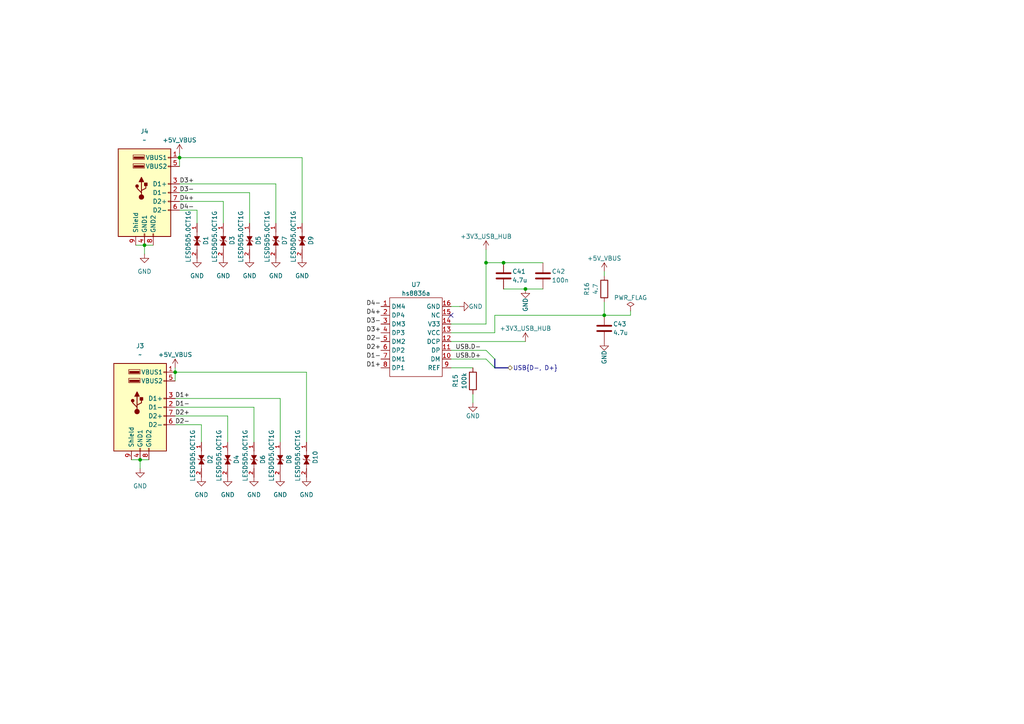
<source format=kicad_sch>
(kicad_sch (version 20221206) (generator eeschema)
  (paper "A4")
  (lib_symbols
    (symbol "Connector:USB_A_Stacked" (pin_names (offset 1.016))
      (property "Reference" "J" (at 0 15.875 0))
      (property "Value" "USB_A_Stacked" (at 0 13.97 0))
      (symbol "USB_A_Stacked_0_1"
        (rectangle (start -7.62 12.7) (end 7.62 -12.7) (stroke (width 0.254)) (fill (type background)))
        (circle (center -2.159 1.905) (radius 0.381) (stroke (width 0.254)) (fill (type outline)))
        (circle (center -0.889 -1.27) (radius 0.635) (stroke (width 0.254)) (fill (type outline)))
        (rectangle (start -0.254 7.366) (end -3.048 7.874) (fill (type outline)))
        (rectangle (start -0.254 9.906) (end -3.048 10.414) (fill (type outline)))
        (rectangle (start -0.127 -12.7) (end 0.127 -11.938))
        (polyline (pts (xy -1.524 3.175) (xy -0.254 3.175) (xy -0.889 4.445) (xy -1.524 3.175)) (stroke (width 0.254)) (fill (type outline)))
        (polyline (pts (xy -0.889 -0.635) (xy -0.889 0) (xy -2.159 1.27) (xy -2.159 1.905)) (stroke (width 0.254)))
        (polyline (pts (xy -0.889 0) (xy -0.889 0.635) (xy 0.381 1.27) (xy 0.381 2.54)) (stroke (width 0.254)))
        (rectangle (start 0 2.794) (end 0.762 2.032) (stroke (width 0.254)) (fill (type outline)))
        (rectangle (start 0 7.112) (end -3.302 8.382))
        (rectangle (start 0 9.652) (end -3.302 10.922))
        (rectangle (start 2.413 -12.7) (end 2.667 -11.938))
        (rectangle (start 7.62 -5.207) (end 6.858 -4.953))
        (rectangle (start 7.62 -2.667) (end 6.858 -2.413))
        (rectangle (start 7.62 -0.127) (end 6.858 0.127))
        (rectangle (start 7.62 2.413) (end 6.858 2.667))
        (rectangle (start 7.62 7.493) (end 6.858 7.747))
        (rectangle (start 7.62 10.033) (end 6.858 10.287))
      )
      (symbol "USB_A_Stacked_1_1"
        (polyline (pts (xy -0.889 0.635) (xy -0.889 3.175)) (stroke (width 0.254)))
        (pin power_in line (at 10.16 10.16 180) (length 2.54) (name "VBUS1") (number "1"))
        (pin bidirectional line (at 10.16 0 180) (length 2.54) (name "D1-") (number "2"))
        (pin bidirectional line (at 10.16 2.54 180) (length 2.54) (name "D1+") (number "3"))
        (pin power_in line (at 0 -15.24 90) (length 2.54) (name "GND1") (number "4"))
        (pin power_in line (at 10.16 7.62 180) (length 2.54) (name "VBUS2") (number "5"))
        (pin bidirectional line (at 10.16 -5.08 180) (length 2.54) (name "D2-") (number "6"))
        (pin bidirectional line (at 10.16 -2.54 180) (length 2.54) (name "D2+") (number "7"))
        (pin power_in line (at 2.54 -15.24 90) (length 2.54) (name "GND2") (number "8"))
        (pin passive line (at -2.54 -15.24 90) (length 2.54) (name "Shield") (number "9"))
      )
    )
    (symbol "Device:C" (pin_numbers hide) (pin_names (offset 0.254))
      (property "Reference" "C" (at 0.635 2.54 0))
      (property "Value" "C" (at 0.635 -2.54 0))
      (symbol "C_0_1"
        (polyline (pts (xy -2.032 -0.762) (xy 2.032 -0.762)) (stroke (width 0.508)))
        (polyline (pts (xy -2.032 0.762) (xy 2.032 0.762)) (stroke (width 0.508)))
      )
      (symbol "C_1_1"
        (pin passive line (at 0 3.81 270) (length 2.794) (name "~") (number "1"))
        (pin passive line (at 0 -3.81 90) (length 2.794) (name "~") (number "2"))
      )
    )
    (symbol "Device:R" (pin_numbers hide) (pin_names (offset 0))
      (property "Reference" "R" (at 2.032 0 90))
      (property "Value" "R" (at 0 0 90))
      (symbol "R_0_1"
        (rectangle (start -1.016 -2.54) (end 1.016 2.54) (stroke (width 0.254)))
      )
      (symbol "R_1_1"
        (pin passive line (at 0 3.81 270) (length 1.27) (name "~") (number "1"))
        (pin passive line (at 0 -3.81 90) (length 1.27) (name "~") (number "2"))
      )
    )
    (symbol "HS8836A:hs8836a"
      (property "Reference" "U" (at 0 0 0))
      (property "Value" "hs8836a" (at 0 -2.54 0))
      (symbol "hs8836a_0_1"
        (rectangle (start -7.62 -6.35) (end 7.62 -29.21))
      )
      (symbol "hs8836a_1_1"
        (pin bidirectional line (at -10.16 -8.89 0) (length 2.54) (name "DM4") (number "1"))
        (pin bidirectional line (at 10.16 -24.13 180) (length 2.54) (name "DM") (number "10"))
        (pin bidirectional line (at 10.16 -21.59 180) (length 2.54) (name "DP") (number "11"))
        (pin power_out line (at 10.16 -19.05 180) (length 2.54) (name "DCP") (number "12"))
        (pin power_in line (at 10.16 -16.51 180) (length 2.54) (name "VCC") (number "13"))
        (pin power_in line (at 10.16 -13.97 180) (length 2.54) (name "V33") (number "14"))
        (pin power_in line (at 10.16 -11.43 180) (length 2.54) (name "NC") (number "15"))
        (pin power_in line (at 10.16 -8.89 180) (length 2.54) (name "GND") (number "16"))
        (pin bidirectional line (at -10.16 -11.43 0) (length 2.54) (name "DP4") (number "2"))
        (pin bidirectional line (at -10.16 -13.97 0) (length 2.54) (name "DM3") (number "3"))
        (pin bidirectional line (at -10.16 -16.51 0) (length 2.54) (name "DP3") (number "4"))
        (pin bidirectional line (at -10.16 -19.05 0) (length 2.54) (name "DM2") (number "5"))
        (pin bidirectional line (at -10.16 -21.59 0) (length 2.54) (name "DP2") (number "6"))
        (pin bidirectional line (at -10.16 -24.13 0) (length 2.54) (name "DM1") (number "7"))
        (pin bidirectional line (at -10.16 -26.67 0) (length 2.54) (name "DP1") (number "8"))
        (pin input line (at 10.16 -26.67 180) (length 2.54) (name "REF") (number "9"))
      )
    )
    (symbol "LESD5D5.0CT1G:LESD5D5.0CT1G" (pin_names (offset 1.016))
      (property "Reference" "D" (at -5.08 2.54 0))
      (property "Value" "LESD5D5.0CT1G" (at -5.08 -5.08 0))
      (symbol "LESD5D5.0CT1G_0_0"
        (polyline (pts (xy -1.27 0) (xy -2.54 0)) (stroke (width 0.1524)))
        (polyline (pts (xy 0 -0.762) (xy -0.254 -1.016)) (stroke (width 0.1524)))
        (polyline (pts (xy 0 -0.762) (xy 0 0.762)) (stroke (width 0.1524)))
        (polyline (pts (xy 0 0.762) (xy 0.254 1.016)) (stroke (width 0.1524)))
        (polyline (pts (xy 1.27 0) (xy 2.54 0)) (stroke (width 0.1524)))
        (polyline (pts (xy 0 0) (xy -1.27 -0.762) (xy -1.27 0.762) (xy 0 0)) (stroke (width 0.1524)) (fill (type outline)))
        (polyline (pts (xy 0 0) (xy 1.27 0.762) (xy 1.27 -0.762) (xy 0 0)) (stroke (width 0.1524)) (fill (type outline)))
        (pin passive line (at -5.08 0 0) (length 2.54) (name "~") (number "1"))
        (pin passive line (at 5.08 0 180) (length 2.54) (name "~") (number "2"))
      )
    )
    (symbol "power:GND" (power) (pin_names (offset 0))
      (property "Value" "GND" (at 0 -3.81 0))
      (symbol "GND_0_1"
        (polyline (pts (xy 0 0) (xy 0 -1.27) (xy 1.27 -1.27) (xy 0 -2.54) (xy -1.27 -1.27) (xy 0 -1.27)))
      )
      (symbol "GND_1_1"
        (pin power_in line (at 0 0 270) (length 0) hide (name "GND") (number "1"))
      )
    )
    (symbol "power:PWR_FLAG" (power) (pin_numbers hide) (pin_names (offset 0) hide)
      (property "Value" "PWR_FLAG" (at 0 3.81 0))
      (symbol "PWR_FLAG_0_0"
        (pin power_out line (at 0 0 90) (length 0) (name "pwr") (number "1"))
      )
      (symbol "PWR_FLAG_0_1"
        (polyline (pts (xy 0 0) (xy 0 1.27) (xy -1.016 1.905) (xy 0 2.54) (xy 1.016 1.905) (xy 0 1.27)))
      )
    )
    (symbol "project_power:+3V3_USB_HUB" (power) (pin_names (offset 0))
      (property "Value" "+3V3_USB_HUB" (at 0 3.556 0))
      (symbol "+3V3_USB_HUB_0_1"
        (polyline (pts (xy -0.762 1.27) (xy 0 2.54)))
        (polyline (pts (xy 0 0) (xy 0 2.54)))
        (polyline (pts (xy 0 2.54) (xy 0.762 1.27)))
      )
      (symbol "+3V3_USB_HUB_1_1"
        (pin power_in line (at 0 0 90) (length 0) hide (name "+3V3_USB_HUB") (number "1"))
      )
    )
    (symbol "project_power:+5V_VBUS" (power) (pin_names (offset 0))
      (property "Value" "+5V_VBUS" (at 0 3.556 0))
      (symbol "+5V_VBUS_0_1"
        (polyline (pts (xy -0.762 1.27) (xy 0 2.54)))
        (polyline (pts (xy 0 0) (xy 0 2.54)))
        (polyline (pts (xy 0 2.54) (xy 0.762 1.27)))
      )
      (symbol "+5V_VBUS_1_1"
        (pin power_in line (at 0 0 90) (length 0) hide (name "+5V_VBUS") (number "1"))
      )
    )
  )
  (junction (at 41.91 71.12))
  (junction (at 146.05 76.2))
  (junction (at 140.97 76.2))
  (junction (at 52.07 45.72))
  (junction (at 152.4 83.82))
  (junction (at 40.64 133.35))
  (junction (at 175.26 91.44))
  (junction (at 50.8 107.95))
  (no_connect (at 130.81 91.44))
  (bus_entry (at 140.97 104.14) (size 2.54 2.54))
  (bus_entry (at 140.97 101.6) (size 2.54 2.54))
  (wire (pts (xy 73.66 118.11) (xy 50.8 118.11)))
  (wire (pts (xy 40.64 133.35) (xy 40.64 135.89)))
  (wire (pts (xy 57.15 60.96) (xy 57.15 64.77)))
  (wire (pts (xy 50.8 107.95) (xy 88.9 107.95)))
  (wire (pts (xy 50.8 120.65) (xy 66.04 120.65)))
  (wire (pts (xy 38.1 133.35) (xy 40.64 133.35)))
  (wire (pts (xy 140.97 72.39) (xy 140.97 76.2)))
  (wire (pts (xy 137.16 116.84) (xy 137.16 114.3)))
  (wire (pts (xy 140.97 76.2) (xy 140.97 93.98)))
  (wire (pts (xy 146.05 83.82) (xy 152.4 83.82)))
  (wire (pts (xy 130.81 96.52) (xy 143.51 96.52)))
  (wire (pts (xy 182.88 91.44) (xy 175.26 91.44)))
  (wire (pts (xy 175.26 78.74) (xy 175.26 80.01)))
  (wire (pts (xy 175.26 87.63) (xy 175.26 91.44)))
  (wire (pts (xy 41.91 71.12) (xy 41.91 73.66)))
  (wire (pts (xy 157.48 83.82) (xy 152.4 83.82)))
  (wire (pts (xy 87.63 45.72) (xy 87.63 64.77)))
  (bus (pts (xy 143.51 104.14) (xy 143.51 106.68)))
  (wire (pts (xy 50.8 110.49) (xy 50.8 107.95)))
  (wire (pts (xy 52.07 48.26) (xy 52.07 45.72)))
  (wire (pts (xy 58.42 123.19) (xy 58.42 128.27)))
  (wire (pts (xy 50.8 115.57) (xy 81.28 115.57)))
  (wire (pts (xy 66.04 120.65) (xy 66.04 128.27)))
  (wire (pts (xy 52.07 55.88) (xy 72.39 55.88)))
  (wire (pts (xy 52.07 58.42) (xy 64.77 58.42)))
  (wire (pts (xy 50.8 123.19) (xy 58.42 123.19)))
  (wire (pts (xy 130.81 106.68) (xy 137.16 106.68)))
  (wire (pts (xy 140.97 93.98) (xy 130.81 93.98)))
  (wire (pts (xy 130.81 99.06) (xy 152.4 99.06)))
  (wire (pts (xy 40.64 133.35) (xy 43.18 133.35)))
  (wire (pts (xy 73.66 128.27) (xy 73.66 118.11)))
  (wire (pts (xy 64.77 58.42) (xy 64.77 64.77)))
  (wire (pts (xy 72.39 55.88) (xy 72.39 64.77)))
  (wire (pts (xy 130.81 88.9) (xy 133.35 88.9)))
  (wire (pts (xy 140.97 76.2) (xy 146.05 76.2)))
  (wire (pts (xy 80.01 53.34) (xy 80.01 64.77)))
  (wire (pts (xy 130.81 101.6) (xy 140.97 101.6)))
  (wire (pts (xy 146.05 76.2) (xy 157.48 76.2)))
  (wire (pts (xy 130.81 104.14) (xy 140.97 104.14)))
  (wire (pts (xy 52.07 44.45) (xy 52.07 45.72)))
  (wire (pts (xy 88.9 107.95) (xy 88.9 128.27)))
  (wire (pts (xy 52.07 53.34) (xy 80.01 53.34)))
  (wire (pts (xy 52.07 45.72) (xy 87.63 45.72)))
  (wire (pts (xy 81.28 115.57) (xy 81.28 128.27)))
  (bus (pts (xy 143.51 106.68) (xy 147.32 106.68)))
  (wire (pts (xy 39.37 71.12) (xy 41.91 71.12)))
  (wire (pts (xy 143.51 91.44) (xy 143.51 96.52)))
  (wire (pts (xy 143.51 91.44) (xy 175.26 91.44)))
  (wire (pts (xy 50.8 106.68) (xy 50.8 107.95)))
  (wire (pts (xy 52.07 60.96) (xy 57.15 60.96)))
  (wire (pts (xy 41.91 71.12) (xy 44.45 71.12)))
  (wire (pts (xy 182.88 90.17) (xy 182.88 91.44)))
  (label "D1+" (at 110.49 106.68 180))
  (label "D2+" (at 110.49 101.6 180))
  (label "D1-" (at 50.8 118.11 0))
  (label "USB.D+" (at 132.08 104.14 0))
  (label "D4+" (at 110.49 91.44 180))
  (label "D1+" (at 50.8 115.57 0))
  (label "USB.D-" (at 132.08 101.6 0))
  (label "D3-" (at 110.49 93.98 180))
  (label "D3+" (at 110.49 96.52 180))
  (label "D4+" (at 52.07 58.42 0))
  (label "D4-" (at 110.49 88.9 180))
  (label "D2-" (at 110.49 99.06 180))
  (label "D2-" (at 50.8 123.19 0))
  (label "D3+" (at 52.07 53.34 0))
  (label "D4-" (at 52.07 60.96 0))
  (label "D1-" (at 110.49 104.14 180))
  (label "D3-" (at 52.07 55.88 0))
  (label "D2+" (at 50.8 120.65 0))
  (hierarchical_label "USB{D-, D+}" (shape bidirectional) (at 147.32 106.68 0))
  (symbol (lib_id "LESD5D5.0CT1G:LESD5D5.0CT1G") (at 64.77 69.85 270) (unit 1)
    (property "Reference" "D3" (at 67.31 71.12 0) (effects (justify right)))
    (property "Value" "LESD5D5.0CT1G" (at 62.23 76.2 0) (effects (justify right)))
    (property "Footprint" "footprints:TVS_LESD5D5.0CT1G" (effects hide))
    (property "STANDARD" "Manufacturer Recommendations" (effects hide))
    (property "MAXIMUM_PACKAGE_HEIGHT" "0.7 mm" (effects hide))
    (property "PARTREV" "O" (effects hide))
    (property "MANUFACTURER" "LRC" (effects hide))
    (instances (project "mainboard" (path "" (reference "D3") (unit 1)) (path "" (reference "D4") (unit 1))))
  )
  (symbol (lib_id "LESD5D5.0CT1G:LESD5D5.0CT1G") (at 73.66 133.35 270) (unit 1)
    (property "Reference" "D6" (at 76.2 134.62 0) (effects (justify right)))
    (property "Value" "LESD5D5.0CT1G" (at 71.12 139.7 0) (effects (justify right)))
    (property "Footprint" "footprints:TVS_LESD5D5.0CT1G" (effects hide))
    (property "STANDARD" "Manufacturer Recommendations" (effects hide))
    (property "MAXIMUM_PACKAGE_HEIGHT" "0.7 mm" (effects hide))
    (property "PARTREV" "O" (effects hide))
    (property "MANUFACTURER" "LRC" (effects hide))
    (instances (project "mainboard" (path "" (reference "D6") (unit 1)) (path "" (reference "D7") (unit 1))))
  )
  (symbol (lib_id "power:GND") (at 87.63 74.93 0) (unit 1)
    (property "Reference" "#PWR0210" (effects hide))
    (property "Value" "GND" (at 87.63 80.01 0))
  )
  (symbol (lib_id "LESD5D5.0CT1G:LESD5D5.0CT1G") (at 72.39 69.85 270) (unit 1)
    (property "Reference" "D5" (at 74.93 71.12 0) (effects (justify right)))
    (property "Value" "LESD5D5.0CT1G" (at 69.85 76.2 0) (effects (justify right)))
    (property "Footprint" "footprints:TVS_LESD5D5.0CT1G" (effects hide))
    (property "STANDARD" "Manufacturer Recommendations" (effects hide))
    (property "MAXIMUM_PACKAGE_HEIGHT" "0.7 mm" (effects hide))
    (property "PARTREV" "O" (effects hide))
    (property "MANUFACTURER" "LRC" (effects hide))
    (instances (project "mainboard" (path "" (reference "D5") (unit 1)) (path "" (reference "D6") (unit 1))))
  )
  (symbol (lib_id "LESD5D5.0CT1G:LESD5D5.0CT1G") (at 81.28 133.35 270) (unit 1)
    (property "Reference" "D8" (at 83.82 134.62 0) (effects (justify right)))
    (property "Value" "LESD5D5.0CT1G" (at 78.74 139.7 0) (effects (justify right)))
    (property "Footprint" "footprints:TVS_LESD5D5.0CT1G" (effects hide))
    (property "STANDARD" "Manufacturer Recommendations" (effects hide))
    (property "MAXIMUM_PACKAGE_HEIGHT" "0.7 mm" (effects hide))
    (property "PARTREV" "O" (effects hide))
    (property "MANUFACTURER" "LRC" (effects hide))
    (instances (project "mainboard" (path "" (reference "D8") (unit 1)) (path "" (reference "D9") (unit 1))))
  )
  (symbol (lib_id "LESD5D5.0CT1G:LESD5D5.0CT1G") (at 88.9 133.35 270) (unit 1)
    (property "Reference" "D10" (at 91.44 134.62 0) (effects (justify right)))
    (property "Value" "LESD5D5.0CT1G" (at 86.36 139.7 0) (effects (justify right)))
    (property "Footprint" "footprints:TVS_LESD5D5.0CT1G" (effects hide))
    (property "STANDARD" "Manufacturer Recommendations" (effects hide))
    (property "MAXIMUM_PACKAGE_HEIGHT" "0.7 mm" (effects hide))
    (property "PARTREV" "O" (effects hide))
    (property "MANUFACTURER" "LRC" (effects hide))
    (instances (project "mainboard" (path "" (reference "D10") (unit 1)) (path "" (reference "D11") (unit 1))))
  )
  (symbol (lib_id "power:GND") (at 152.4 83.82 0) (unit 1)
    (property "Reference" "#PWR0710" (effects hide))
    (property "Value" "GND" (at 152.4 86.36 90) (effects (justify right)))
  )
  (symbol (lib_id "project_power:+3V3_USB_HUB") (at 140.97 72.39 0) (unit 1)
    (property "Reference" "#PWR0134" (effects hide))
    (property "Value" "+3V3_USB_HUB" (at 140.97 68.58 0))
  )
  (symbol (lib_id "project_power:+5V_VBUS") (at 52.07 44.45 0) (unit 1)
    (property "Reference" "#PWR0157" (effects hide))
    (property "Value" "+5V_VBUS" (at 52.07 40.64 0))
  )
  (symbol (lib_id "Connector:USB_A_Stacked") (at 41.91 55.88 0) (unit 1)
    (property "Reference" "J4" (at 41.91 38.1 0))
    (property "Value" "~" (at 41.91 40.64 0))
    (property "Footprint" "Connector_USB:USB_A_Wuerth_61400826021_Horizontal_Stacked" (effects hide))
    (property "Datasheet" " ~" (effects hide))
    (instances (project "mainboard" (path "" (reference "J4") (unit 1)) (path "" (reference "J19") (unit 1))))
  )
  (symbol (lib_id "LESD5D5.0CT1G:LESD5D5.0CT1G") (at 57.15 69.85 270) (unit 1)
    (property "Reference" "D1" (at 59.69 71.12 0) (effects (justify right)))
    (property "Value" "LESD5D5.0CT1G" (at 54.61 76.2 0) (effects (justify right)))
    (property "Footprint" "footprints:TVS_LESD5D5.0CT1G" (effects hide))
    (property "STANDARD" "Manufacturer Recommendations" (effects hide))
    (property "MAXIMUM_PACKAGE_HEIGHT" "0.7 mm" (effects hide))
    (property "PARTREV" "O" (effects hide))
    (property "MANUFACTURER" "LRC" (effects hide))
    (instances (project "mainboard" (path "" (reference "D1") (unit 1)) (path "" (reference "D2") (unit 1))))
  )
  (symbol (lib_id "power:GND") (at 72.39 74.93 0) (unit 1)
    (property "Reference" "#PWR0209" (effects hide))
    (property "Value" "GND" (at 72.39 80.01 0))
  )
  (symbol (lib_id "project_power:+5V_VBUS") (at 175.26 78.74 0) (unit 1)
    (property "Reference" "#PWR0215" (effects hide))
    (property "Value" "+5V_VBUS" (at 175.26 74.93 0))
  )
  (symbol (lib_id "power:GND") (at 133.35 88.9 90) (unit 1)
    (property "Reference" "#PWR0706" (effects hide))
    (property "Value" "GND" (at 135.89 88.9 90) (effects (justify right)))
  )
  (symbol (lib_id "Device:R") (at 175.26 83.82 180) (unit 1)
    (property "Reference" "R16" (at 170.18 83.82 90))
    (property "Value" "4.7" (at 172.72 83.82 90))
    (property "Footprint" "Resistor_SMD:R_0402_1005Metric_Pad0.72x0.64mm_HandSolder" (effects hide))
    (instances (project "mainboard" (path "" (reference "R16") (unit 1)) (path "" (reference "R17") (unit 1))))
  )
  (symbol (lib_id "LESD5D5.0CT1G:LESD5D5.0CT1G") (at 66.04 133.35 270) (unit 1)
    (property "Reference" "D4" (at 68.58 134.62 0) (effects (justify right)))
    (property "Value" "LESD5D5.0CT1G" (at 63.5 139.7 0) (effects (justify right)))
    (property "Footprint" "footprints:TVS_LESD5D5.0CT1G" (effects hide))
    (property "STANDARD" "Manufacturer Recommendations" (effects hide))
    (property "MAXIMUM_PACKAGE_HEIGHT" "0.7 mm" (effects hide))
    (property "PARTREV" "O" (effects hide))
    (property "MANUFACTURER" "LRC" (effects hide))
    (instances (project "mainboard" (path "" (reference "D4") (unit 1)) (path "" (reference "D5") (unit 1))))
  )
  (symbol (lib_id "power:GND") (at 137.16 116.84 0) (unit 1)
    (property "Reference" "#PWR0708" (effects hide))
    (property "Value" "GND" (at 137.16 120.65 0))
  )
  (symbol (lib_id "power:GND") (at 73.66 138.43 0) (unit 1)
    (property "Reference" "#PWR0220" (effects hide))
    (property "Value" "GND" (at 73.66 143.51 0))
  )
  (symbol (lib_id "LESD5D5.0CT1G:LESD5D5.0CT1G") (at 58.42 133.35 270) (unit 1)
    (property "Reference" "D2" (at 60.96 134.62 0) (effects (justify right)))
    (property "Value" "LESD5D5.0CT1G" (at 55.88 139.7 0) (effects (justify right)))
    (property "Footprint" "footprints:TVS_LESD5D5.0CT1G" (effects hide))
    (property "STANDARD" "Manufacturer Recommendations" (effects hide))
    (property "MAXIMUM_PACKAGE_HEIGHT" "0.7 mm" (effects hide))
    (property "PARTREV" "O" (effects hide))
    (property "MANUFACTURER" "LRC" (effects hide))
    (instances (project "mainboard" (path "" (reference "D2") (unit 1)) (path "" (reference "D3") (unit 1))))
  )
  (symbol (lib_id "Device:C") (at 157.48 80.01 0) (unit 1)
    (property "Reference" "C42" (at 160.02 78.74 0) (effects (justify left)))
    (property "Value" "100n" (at 160.02 81.28 0) (effects (justify left)))
    (property "Footprint" "Capacitor_SMD:C_0402_1005Metric_Pad0.74x0.62mm_HandSolder" (effects hide))
    (instances (project "mainboard" (path "" (reference "C42") (unit 1)) (path "" (reference "C73") (unit 1))))
  )
  (symbol (lib_id "power:GND") (at 40.64 135.89 0) (unit 1)
    (property "Reference" "#PWR0702" (effects hide))
    (property "Value" "~" (at 40.64 140.97 0))
  )
  (symbol (lib_id "power:GND") (at 64.77 74.93 0) (unit 1)
    (property "Reference" "#PWR0211" (effects hide))
    (property "Value" "GND" (at 64.77 80.01 0))
  )
  (symbol (lib_id "power:GND") (at 66.04 138.43 0) (unit 1)
    (property "Reference" "#PWR0217" (effects hide))
    (property "Value" "GND" (at 66.04 143.51 0))
  )
  (symbol (lib_id "power:GND") (at 80.01 74.93 0) (unit 1)
    (property "Reference" "#PWR0208" (effects hide))
    (property "Value" "GND" (at 80.01 80.01 0))
  )
  (symbol (lib_id "LESD5D5.0CT1G:LESD5D5.0CT1G") (at 80.01 69.85 270) (unit 1)
    (property "Reference" "D7" (at 82.55 71.12 0) (effects (justify right)))
    (property "Value" "LESD5D5.0CT1G" (at 77.47 76.2 0) (effects (justify right)))
    (property "Footprint" "footprints:TVS_LESD5D5.0CT1G" (effects hide))
    (property "STANDARD" "Manufacturer Recommendations" (effects hide))
    (property "MAXIMUM_PACKAGE_HEIGHT" "0.7 mm" (effects hide))
    (property "PARTREV" "O" (effects hide))
    (property "MANUFACTURER" "LRC" (effects hide))
    (instances (project "mainboard" (path "" (reference "D7") (unit 1)) (path "" (reference "D8") (unit 1))))
  )
  (symbol (lib_id "power:GND") (at 175.26 99.06 0) (unit 1)
    (property "Reference" "#PWR0712" (effects hide))
    (property "Value" "GND" (at 175.26 101.6 90) (effects (justify right)))
  )
  (symbol (lib_id "project_power:+3V3_USB_HUB") (at 152.4 99.06 0) (unit 1)
    (property "Reference" "#PWR0184" (effects hide))
    (property "Value" "+3V3_USB_HUB" (at 152.4 95.25 0))
  )
  (symbol (lib_id "power:PWR_FLAG") (at 182.88 90.17 0) (unit 1)
    (property "Reference" "#FLG0103" (effects hide))
    (property "Value" "PWR_FLAG" (at 182.88 86.36 0))
  )
  (symbol (lib_id "power:GND") (at 57.15 74.93 0) (unit 1)
    (property "Reference" "#PWR0214" (effects hide))
    (property "Value" "GND" (at 57.15 80.01 0))
  )
  (symbol (lib_id "Connector:USB_A_Stacked") (at 40.64 118.11 0) (unit 1)
    (property "Reference" "J3" (at 40.64 100.33 0))
    (property "Value" "~" (at 40.64 102.87 0))
    (property "Footprint" "Connector_USB:USB_A_Wuerth_61400826021_Horizontal_Stacked" (effects hide))
    (property "Datasheet" " ~" (effects hide))
    (instances (project "mainboard" (path "" (reference "J3") (unit 1)) (path "" (reference "J18") (unit 1))))
  )
  (symbol (lib_id "power:GND") (at 58.42 138.43 0) (unit 1)
    (property "Reference" "#PWR0216" (effects hide))
    (property "Value" "GND" (at 58.42 143.51 0))
  )
  (symbol (lib_id "Device:C") (at 146.05 80.01 0) (unit 1)
    (property "Reference" "C41" (at 148.59 78.74 0) (effects (justify left)))
    (property "Value" "4.7u" (at 148.59 81.28 0) (effects (justify left)))
    (property "Footprint" "Capacitor_SMD:C_0402_1005Metric_Pad0.74x0.62mm_HandSolder" (effects hide))
    (instances (project "mainboard" (path "" (reference "C41") (unit 1)) (path "" (reference "C72") (unit 1))))
  )
  (symbol (lib_id "project_power:+5V_VBUS") (at 50.8 106.68 0) (unit 1)
    (property "Reference" "#PWR0218" (effects hide))
    (property "Value" "+5V_VBUS" (at 50.8 102.87 0))
  )
  (symbol (lib_id "power:GND") (at 41.91 73.66 0) (unit 1)
    (property "Reference" "#PWR0701" (effects hide))
    (property "Value" "GND" (at 41.91 78.74 0))
  )
  (symbol (lib_id "Device:R") (at 137.16 110.49 180) (unit 1)
    (property "Reference" "R15" (at 132.08 110.49 90))
    (property "Value" "100k" (at 134.62 110.49 90))
    (property "Footprint" "Resistor_SMD:R_0402_1005Metric_Pad0.72x0.64mm_HandSolder" (effects hide))
    (instances (project "mainboard" (path "" (reference "R15") (unit 1)) (path "" (reference "R16") (unit 1))))
  )
  (symbol (lib_id "Device:C") (at 175.26 95.25 0) (unit 1)
    (property "Reference" "C43" (at 177.8 93.98 0) (effects (justify left)))
    (property "Value" "4.7u" (at 177.8 96.52 0) (effects (justify left)))
    (property "Footprint" "Capacitor_SMD:C_0402_1005Metric_Pad0.74x0.62mm_HandSolder" (effects hide))
    (instances (project "mainboard" (path "" (reference "C43") (unit 1)) (path "" (reference "C74") (unit 1))))
  )
  (symbol (lib_id "LESD5D5.0CT1G:LESD5D5.0CT1G") (at 87.63 69.85 270) (unit 1)
    (property "Reference" "D9" (at 90.17 71.12 0) (effects (justify right)))
    (property "Value" "LESD5D5.0CT1G" (at 85.09 76.2 0) (effects (justify right)))
    (property "Footprint" "footprints:TVS_LESD5D5.0CT1G" (effects hide))
    (property "STANDARD" "Manufacturer Recommendations" (effects hide))
    (property "MAXIMUM_PACKAGE_HEIGHT" "0.7 mm" (effects hide))
    (property "PARTREV" "O" (effects hide))
    (property "MANUFACTURER" "LRC" (effects hide))
    (instances (project "mainboard" (path "" (reference "D9") (unit 1)) (path "" (reference "D10") (unit 1))))
  )
  (symbol (lib_id "HS8836A:hs8836a") (at 120.65 80.01 0) (unit 1)
    (property "Reference" "U7" (at 120.65 82.55 0))
    (property "Value" "hs8836a" (at 120.65 85.09 0))
    (property "Footprint" "Package_SO:SOP-16_3.9x9.9mm_P1.27mm" (effects hide))
    (instances (project "mainboard" (path "" (reference "U7") (unit 1)) (path "" (reference "U10") (unit 1))))
  )
  (symbol (lib_id "power:GND") (at 88.9 138.43 0) (unit 1)
    (property "Reference" "#PWR0221" (effects hide))
    (property "Value" "GND" (at 88.9 143.51 0))
  )
  (symbol (lib_id "power:GND") (at 81.28 138.43 0) (unit 1)
    (property "Reference" "#PWR0219" (effects hide))
    (property "Value" "GND" (at 81.28 143.51 0))
  )
)
</source>
